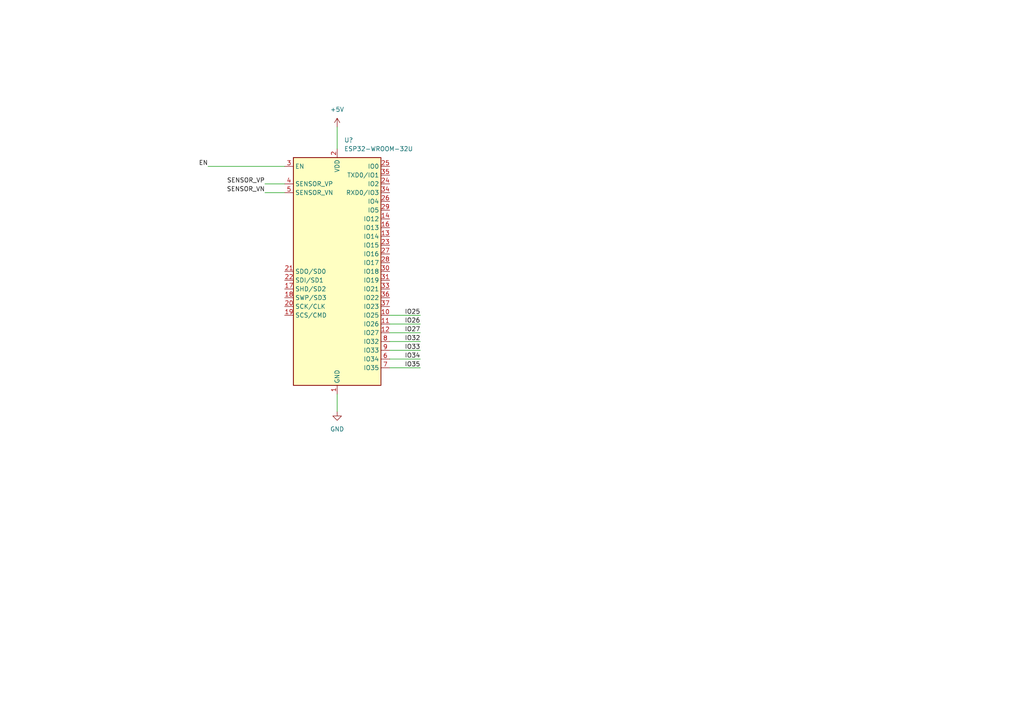
<source format=kicad_sch>
(kicad_sch (version 20211123) (generator eeschema)
  (paper "A4")
  (lib_symbols
    (symbol "RF_Module:ESP32-WROOM-32U"
      (property "Reference" "U" (at -12.7 34.29 0))
      (property "Value" "ESP32-WROOM-32U" (at 1.27 34.29 0))
      (symbol "ESP32-WROOM-32U_0_1"
        (rectangle (start -12.7 33.02) (end 12.7 -33.02) (stroke (width 0.254)) (fill (type background)))
      )
      (symbol "ESP32-WROOM-32U_1_1"
        (pin power_in line (at 0 -35.56 90) (length 2.54) (name "GND") (number "1"))
        (pin bidirectional line (at 15.24 -12.7 180) (length 2.54) (name "IO25") (number "10"))
        (pin bidirectional line (at 15.24 -15.24 180) (length 2.54) (name "IO26") (number "11"))
        (pin bidirectional line (at 15.24 -17.78 180) (length 2.54) (name "IO27") (number "12"))
        (pin bidirectional line (at 15.24 10.16 180) (length 2.54) (name "IO14") (number "13"))
        (pin bidirectional line (at 15.24 15.24 180) (length 2.54) (name "IO12") (number "14"))
        (pin passive line (at 0 -35.56 90) (length 2.54) hide (name "GND") (number "15"))
        (pin bidirectional line (at 15.24 12.7 180) (length 2.54) (name "IO13") (number "16"))
        (pin bidirectional line (at -15.24 -5.08 0) (length 2.54) (name "SHD/SD2") (number "17"))
        (pin bidirectional line (at -15.24 -7.62 0) (length 2.54) (name "SWP/SD3") (number "18"))
        (pin bidirectional line (at -15.24 -12.7 0) (length 2.54) (name "SCS/CMD") (number "19"))
        (pin power_in line (at 0 35.56 270) (length 2.54) (name "VDD") (number "2"))
        (pin bidirectional line (at -15.24 -10.16 0) (length 2.54) (name "SCK/CLK") (number "20"))
        (pin bidirectional line (at -15.24 0 0) (length 2.54) (name "SDO/SD0") (number "21"))
        (pin bidirectional line (at -15.24 -2.54 0) (length 2.54) (name "SDI/SD1") (number "22"))
        (pin bidirectional line (at 15.24 7.62 180) (length 2.54) (name "IO15") (number "23"))
        (pin bidirectional line (at 15.24 25.4 180) (length 2.54) (name "IO2") (number "24"))
        (pin bidirectional line (at 15.24 30.48 180) (length 2.54) (name "IO0") (number "25"))
        (pin bidirectional line (at 15.24 20.32 180) (length 2.54) (name "IO4") (number "26"))
        (pin bidirectional line (at 15.24 5.08 180) (length 2.54) (name "IO16") (number "27"))
        (pin bidirectional line (at 15.24 2.54 180) (length 2.54) (name "IO17") (number "28"))
        (pin bidirectional line (at 15.24 17.78 180) (length 2.54) (name "IO5") (number "29"))
        (pin input line (at -15.24 30.48 0) (length 2.54) (name "EN") (number "3"))
        (pin bidirectional line (at 15.24 0 180) (length 2.54) (name "IO18") (number "30"))
        (pin bidirectional line (at 15.24 -2.54 180) (length 2.54) (name "IO19") (number "31"))
        (pin no_connect line (at -12.7 -27.94 0) (length 2.54) hide (name "NC") (number "32"))
        (pin bidirectional line (at 15.24 -5.08 180) (length 2.54) (name "IO21") (number "33"))
        (pin bidirectional line (at 15.24 22.86 180) (length 2.54) (name "RXD0/IO3") (number "34"))
        (pin bidirectional line (at 15.24 27.94 180) (length 2.54) (name "TXD0/IO1") (number "35"))
        (pin bidirectional line (at 15.24 -7.62 180) (length 2.54) (name "IO22") (number "36"))
        (pin bidirectional line (at 15.24 -10.16 180) (length 2.54) (name "IO23") (number "37"))
        (pin passive line (at 0 -35.56 90) (length 2.54) hide (name "GND") (number "38"))
        (pin passive line (at 0 -35.56 90) (length 2.54) hide (name "GND") (number "39"))
        (pin input line (at -15.24 25.4 0) (length 2.54) (name "SENSOR_VP") (number "4"))
        (pin input line (at -15.24 22.86 0) (length 2.54) (name "SENSOR_VN") (number "5"))
        (pin input line (at 15.24 -25.4 180) (length 2.54) (name "IO34") (number "6"))
        (pin input line (at 15.24 -27.94 180) (length 2.54) (name "IO35") (number "7"))
        (pin bidirectional line (at 15.24 -20.32 180) (length 2.54) (name "IO32") (number "8"))
        (pin bidirectional line (at 15.24 -22.86 180) (length 2.54) (name "IO33") (number "9"))
      )
    )
    (symbol "power:+5V" (power) (pin_names (offset 0))
      (property "Value" "+5V" (at 0 3.556 0))
      (symbol "+5V_0_1"
        (polyline (pts (xy -0.762 1.27) (xy 0 2.54)))
        (polyline (pts (xy 0 0) (xy 0 2.54)))
        (polyline (pts (xy 0 2.54) (xy 0.762 1.27)))
      )
      (symbol "+5V_1_1"
        (pin power_in line (at 0 0 90) (length 0) hide (name "+5V") (number "1"))
      )
    )
    (symbol "power:GND" (power) (pin_names (offset 0))
      (property "Value" "GND" (at 0 -3.81 0))
      (symbol "GND_0_1"
        (polyline (pts (xy 0 0) (xy 0 -1.27) (xy 1.27 -1.27) (xy 0 -2.54) (xy -1.27 -1.27) (xy 0 -1.27)))
      )
      (symbol "GND_1_1"
        (pin power_in line (at 0 0 270) (length 0) hide (name "GND") (number "1"))
      )
    )
  )
  (wire (pts (xy 60.325 48.26) (xy 82.55 48.26)))
  (wire (pts (xy 97.79 114.3) (xy 97.79 119.38)))
  (wire (pts (xy 113.03 91.44) (xy 121.92 91.44)))
  (wire (pts (xy 76.835 53.34) (xy 82.55 53.34)))
  (wire (pts (xy 113.03 93.98) (xy 121.92 93.98)))
  (wire (pts (xy 113.03 101.6) (xy 121.92 101.6)))
  (wire (pts (xy 113.03 106.68) (xy 121.92 106.68)))
  (wire (pts (xy 76.835 55.88) (xy 82.55 55.88)))
  (wire (pts (xy 97.79 36.83) (xy 97.79 43.18)))
  (wire (pts (xy 113.03 104.14) (xy 121.92 104.14)))
  (wire (pts (xy 113.03 99.06) (xy 121.92 99.06)))
  (wire (pts (xy 113.03 96.52) (xy 121.92 96.52)))
  (label "IO26" (at 121.92 93.98 180))
  (label "IO25" (at 121.92 91.44 180))
  (label "IO32" (at 121.92 99.06 180))
  (label "IO33" (at 121.92 101.6 180))
  (label "EN" (at 60.325 48.26 180))
  (label "IO35" (at 121.92 106.68 180))
  (label "SENSOR_VN" (at 76.835 55.88 180))
  (label "IO34" (at 121.92 104.14 180))
  (label "SENSOR_VP" (at 76.835 53.34 180))
  (label "IO27" (at 121.92 96.52 180))
  (symbol (lib_id "power:GND") (at 97.79 119.38 0) (unit 1)
    (property "Reference" "#PWR?" (effects hide))
    (property "Value" "GND" (at 97.79 124.46 0))
  )
  (symbol (lib_id "RF_Module:ESP32-WROOM-32U") (at 97.79 78.74 0) (unit 1)
    (property "Reference" "U?" (at 99.8094 40.64 0) (effects (justify left)))
    (property "Value" "ESP32-WROOM-32U" (at 99.8094 43.18 0) (effects (justify left)))
    (property "Footprint" "RF_Module:ESP32-WROOM-32U" (effects hide))
    (property "Datasheet" "https://www.espressif.com/sites/default/files/documentation/esp32-wroom-32d_esp32-wroom-32u_datasheet_en.pdf" (effects hide))
  )
  (symbol (lib_id "power:+5V") (at 97.79 36.83 0) (unit 1)
    (property "Reference" "#PWR?" (effects hide))
    (property "Value" "+5V" (at 97.79 31.75 0))
  )
)
</source>
